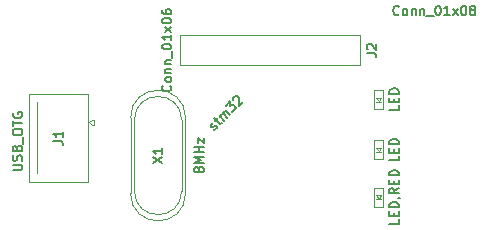
<source format=gbr>
G04 #@! TF.FileFunction,Other,Fab,Top*
%FSLAX46Y46*%
G04 Gerber Fmt 4.6, Leading zero omitted, Abs format (unit mm)*
G04 Created by KiCad (PCBNEW 4.0.7) date 10/12/17 20:38:22*
%MOMM*%
%LPD*%
G01*
G04 APERTURE LIST*
%ADD10C,0.100000*%
%ADD11C,0.150000*%
G04 APERTURE END LIST*
D10*
X143547200Y-107214600D02*
X143547200Y-100814600D01*
X148197200Y-107214600D02*
X148197200Y-100814600D01*
X143872200Y-107014600D02*
X143872200Y-101014600D01*
X147872200Y-107014600D02*
X147872200Y-101014600D01*
X148197200Y-107214600D02*
G75*
G02X143547200Y-107214600I-2325000J0D01*
G01*
X148197200Y-100814600D02*
G75*
G03X143547200Y-100814600I-2325000J0D01*
G01*
X147872200Y-107014600D02*
G75*
G02X143872200Y-107014600I-2000000J0D01*
G01*
X147872200Y-101014600D02*
G75*
G03X143872200Y-101014600I-2000000J0D01*
G01*
X164341200Y-99463200D02*
X164741200Y-99463200D01*
X164541200Y-99413200D02*
X164341200Y-99113200D01*
X164741200Y-99113200D02*
X164541200Y-99413200D01*
X164341200Y-99113200D02*
X164741200Y-99113200D01*
X164941200Y-98463200D02*
X164941200Y-100063200D01*
X164141200Y-98463200D02*
X164941200Y-98463200D01*
X164141200Y-100063200D02*
X164141200Y-98463200D01*
X164941200Y-100063200D02*
X164141200Y-100063200D01*
X164341200Y-103717600D02*
X164741200Y-103717600D01*
X164541200Y-103667600D02*
X164341200Y-103367600D01*
X164741200Y-103367600D02*
X164541200Y-103667600D01*
X164341200Y-103367600D02*
X164741200Y-103367600D01*
X164941200Y-102717600D02*
X164941200Y-104317600D01*
X164141200Y-102717600D02*
X164941200Y-102717600D01*
X164141200Y-104317600D02*
X164141200Y-102717600D01*
X164941200Y-104317600D02*
X164141200Y-104317600D01*
X134939400Y-106264400D02*
X139939400Y-106264400D01*
X135637696Y-99514400D02*
X135637696Y-105514400D01*
X134937696Y-98764400D02*
X134937696Y-106264400D01*
X139939400Y-98764400D02*
X139939400Y-106264400D01*
X134939400Y-98764400D02*
X139939400Y-98764400D01*
X140039400Y-101214400D02*
X140239400Y-101014400D01*
X140239400Y-101414400D02*
X140039400Y-101214400D01*
X140449400Y-101014400D02*
X140449400Y-101414400D01*
X140449400Y-101014400D02*
X140239400Y-101014400D01*
X140449400Y-101414400D02*
X140239400Y-101414400D01*
X162941000Y-93827600D02*
X147701000Y-93827600D01*
X147701000Y-93827600D02*
X147701000Y-96367600D01*
X147701000Y-96367600D02*
X162941000Y-96367600D01*
X162941000Y-96367600D02*
X162941000Y-93827600D01*
X164341200Y-107730800D02*
X164741200Y-107730800D01*
X164541200Y-107680800D02*
X164341200Y-107380800D01*
X164741200Y-107380800D02*
X164541200Y-107680800D01*
X164341200Y-107380800D02*
X164741200Y-107380800D01*
X164941200Y-106730800D02*
X164941200Y-108330800D01*
X164141200Y-106730800D02*
X164941200Y-106730800D01*
X164141200Y-108330800D02*
X164141200Y-106730800D01*
X164941200Y-108330800D02*
X164141200Y-108330800D01*
D11*
X150638943Y-101829972D02*
X150719755Y-101803034D01*
X150827504Y-101695285D01*
X150854442Y-101614472D01*
X150827504Y-101533660D01*
X150800567Y-101506723D01*
X150719755Y-101479785D01*
X150638942Y-101506723D01*
X150558131Y-101587534D01*
X150477318Y-101614472D01*
X150396506Y-101587534D01*
X150369569Y-101560597D01*
X150342631Y-101479785D01*
X150369569Y-101398972D01*
X150450380Y-101318161D01*
X150531193Y-101291223D01*
X150692817Y-101075724D02*
X150908316Y-100860225D01*
X150585068Y-100806350D02*
X151069941Y-101291223D01*
X151150753Y-101318161D01*
X151231566Y-101291223D01*
X151285440Y-101237349D01*
X151474002Y-101048787D02*
X151096878Y-100671663D01*
X151150753Y-100725538D02*
X151150753Y-100671663D01*
X151177690Y-100590850D01*
X151258503Y-100510038D01*
X151339315Y-100483101D01*
X151420127Y-100510039D01*
X151716439Y-100806350D01*
X151420127Y-100510039D02*
X151393190Y-100429226D01*
X151420127Y-100348414D01*
X151500939Y-100267601D01*
X151581752Y-100240665D01*
X151662563Y-100267602D01*
X151958875Y-100563914D01*
X151608690Y-99782728D02*
X151958876Y-99432542D01*
X151985813Y-99836604D01*
X152066625Y-99755791D01*
X152147437Y-99728854D01*
X152201312Y-99728853D01*
X152282125Y-99755791D01*
X152416812Y-99890478D01*
X152443749Y-99971290D01*
X152443749Y-100025166D01*
X152416812Y-100105977D01*
X152255187Y-100267602D01*
X152174375Y-100294539D01*
X152120500Y-100294539D01*
X152228250Y-99270917D02*
X152228250Y-99217043D01*
X152255188Y-99136231D01*
X152389874Y-99001544D01*
X152470686Y-98974606D01*
X152524561Y-98974606D01*
X152605374Y-99001544D01*
X152659248Y-99055418D01*
X152713123Y-99163168D01*
X152713123Y-99809666D01*
X153063309Y-99459479D01*
X149301962Y-105290790D02*
X149263867Y-105366981D01*
X149225771Y-105405076D01*
X149149581Y-105443171D01*
X149111486Y-105443171D01*
X149035295Y-105405076D01*
X148997200Y-105366981D01*
X148959105Y-105290790D01*
X148959105Y-105138409D01*
X148997200Y-105062219D01*
X149035295Y-105024123D01*
X149111486Y-104986028D01*
X149149581Y-104986028D01*
X149225771Y-105024123D01*
X149263867Y-105062219D01*
X149301962Y-105138409D01*
X149301962Y-105290790D01*
X149340057Y-105366981D01*
X149378152Y-105405076D01*
X149454343Y-105443171D01*
X149606724Y-105443171D01*
X149682914Y-105405076D01*
X149721010Y-105366981D01*
X149759105Y-105290790D01*
X149759105Y-105138409D01*
X149721010Y-105062219D01*
X149682914Y-105024123D01*
X149606724Y-104986028D01*
X149454343Y-104986028D01*
X149378152Y-105024123D01*
X149340057Y-105062219D01*
X149301962Y-105138409D01*
X149759105Y-104643171D02*
X148959105Y-104643171D01*
X149530533Y-104376504D01*
X148959105Y-104109837D01*
X149759105Y-104109837D01*
X149759105Y-103728885D02*
X148959105Y-103728885D01*
X149340057Y-103728885D02*
X149340057Y-103271742D01*
X149759105Y-103271742D02*
X148959105Y-103271742D01*
X149225771Y-102966980D02*
X149225771Y-102547933D01*
X149759105Y-102966980D01*
X149759105Y-102547933D01*
X145434105Y-104662219D02*
X146234105Y-104128886D01*
X145434105Y-104128886D02*
X146234105Y-104662219D01*
X146234105Y-103405076D02*
X146234105Y-103862219D01*
X146234105Y-103633648D02*
X145434105Y-103633648D01*
X145548390Y-103709838D01*
X145624581Y-103786029D01*
X145662676Y-103862219D01*
X166253105Y-99777485D02*
X166253105Y-100158438D01*
X165453105Y-100158438D01*
X165834057Y-99510819D02*
X165834057Y-99244152D01*
X166253105Y-99129866D02*
X166253105Y-99510819D01*
X165453105Y-99510819D01*
X165453105Y-99129866D01*
X166253105Y-98787009D02*
X165453105Y-98787009D01*
X165453105Y-98596533D01*
X165491200Y-98482247D01*
X165567390Y-98406056D01*
X165643581Y-98367961D01*
X165795962Y-98329866D01*
X165910248Y-98329866D01*
X166062629Y-98367961D01*
X166138819Y-98406056D01*
X166215010Y-98482247D01*
X166253105Y-98596533D01*
X166253105Y-98787009D01*
X166253105Y-104031885D02*
X166253105Y-104412838D01*
X165453105Y-104412838D01*
X165834057Y-103765219D02*
X165834057Y-103498552D01*
X166253105Y-103384266D02*
X166253105Y-103765219D01*
X165453105Y-103765219D01*
X165453105Y-103384266D01*
X166253105Y-103041409D02*
X165453105Y-103041409D01*
X165453105Y-102850933D01*
X165491200Y-102736647D01*
X165567390Y-102660456D01*
X165643581Y-102622361D01*
X165795962Y-102584266D01*
X165910248Y-102584266D01*
X166062629Y-102622361D01*
X166138819Y-102660456D01*
X166215010Y-102736647D01*
X166253105Y-102850933D01*
X166253105Y-103041409D01*
X133551305Y-105252495D02*
X134198924Y-105252495D01*
X134275114Y-105214400D01*
X134313210Y-105176304D01*
X134351305Y-105100114D01*
X134351305Y-104947733D01*
X134313210Y-104871542D01*
X134275114Y-104833447D01*
X134198924Y-104795352D01*
X133551305Y-104795352D01*
X134313210Y-104452495D02*
X134351305Y-104338209D01*
X134351305Y-104147733D01*
X134313210Y-104071543D01*
X134275114Y-104033447D01*
X134198924Y-103995352D01*
X134122733Y-103995352D01*
X134046543Y-104033447D01*
X134008448Y-104071543D01*
X133970352Y-104147733D01*
X133932257Y-104300114D01*
X133894162Y-104376305D01*
X133856067Y-104414400D01*
X133779876Y-104452495D01*
X133703686Y-104452495D01*
X133627495Y-104414400D01*
X133589400Y-104376305D01*
X133551305Y-104300114D01*
X133551305Y-104109638D01*
X133589400Y-103995352D01*
X133932257Y-103385828D02*
X133970352Y-103271542D01*
X134008448Y-103233447D01*
X134084638Y-103195352D01*
X134198924Y-103195352D01*
X134275114Y-103233447D01*
X134313210Y-103271542D01*
X134351305Y-103347733D01*
X134351305Y-103652495D01*
X133551305Y-103652495D01*
X133551305Y-103385828D01*
X133589400Y-103309638D01*
X133627495Y-103271542D01*
X133703686Y-103233447D01*
X133779876Y-103233447D01*
X133856067Y-103271542D01*
X133894162Y-103309638D01*
X133932257Y-103385828D01*
X133932257Y-103652495D01*
X134427495Y-103042971D02*
X134427495Y-102433447D01*
X133551305Y-102090590D02*
X133551305Y-101938209D01*
X133589400Y-101862018D01*
X133665590Y-101785828D01*
X133817971Y-101747733D01*
X134084638Y-101747733D01*
X134237019Y-101785828D01*
X134313210Y-101862018D01*
X134351305Y-101938209D01*
X134351305Y-102090590D01*
X134313210Y-102166780D01*
X134237019Y-102242971D01*
X134084638Y-102281066D01*
X133817971Y-102281066D01*
X133665590Y-102242971D01*
X133589400Y-102166780D01*
X133551305Y-102090590D01*
X133551305Y-101519162D02*
X133551305Y-101062019D01*
X134351305Y-101290590D02*
X133551305Y-101290590D01*
X133589400Y-100376304D02*
X133551305Y-100452495D01*
X133551305Y-100566780D01*
X133589400Y-100681066D01*
X133665590Y-100757257D01*
X133741781Y-100795352D01*
X133894162Y-100833447D01*
X134008448Y-100833447D01*
X134160829Y-100795352D01*
X134237019Y-100757257D01*
X134313210Y-100681066D01*
X134351305Y-100566780D01*
X134351305Y-100490590D01*
X134313210Y-100376304D01*
X134275114Y-100338209D01*
X134008448Y-100338209D01*
X134008448Y-100490590D01*
X137001305Y-102781066D02*
X137572733Y-102781066D01*
X137687019Y-102819162D01*
X137763210Y-102895352D01*
X137801305Y-103009638D01*
X137801305Y-103085828D01*
X137801305Y-101981066D02*
X137801305Y-102438209D01*
X137801305Y-102209638D02*
X137001305Y-102209638D01*
X137115590Y-102285828D01*
X137191781Y-102362019D01*
X137229876Y-102438209D01*
X146926714Y-98088077D02*
X146964810Y-98126172D01*
X147002905Y-98240458D01*
X147002905Y-98316648D01*
X146964810Y-98430934D01*
X146888619Y-98507125D01*
X146812429Y-98545220D01*
X146660048Y-98583315D01*
X146545762Y-98583315D01*
X146393381Y-98545220D01*
X146317190Y-98507125D01*
X146241000Y-98430934D01*
X146202905Y-98316648D01*
X146202905Y-98240458D01*
X146241000Y-98126172D01*
X146279095Y-98088077D01*
X147002905Y-97630934D02*
X146964810Y-97707125D01*
X146926714Y-97745220D01*
X146850524Y-97783315D01*
X146621952Y-97783315D01*
X146545762Y-97745220D01*
X146507667Y-97707125D01*
X146469571Y-97630934D01*
X146469571Y-97516648D01*
X146507667Y-97440458D01*
X146545762Y-97402363D01*
X146621952Y-97364267D01*
X146850524Y-97364267D01*
X146926714Y-97402363D01*
X146964810Y-97440458D01*
X147002905Y-97516648D01*
X147002905Y-97630934D01*
X146469571Y-97021410D02*
X147002905Y-97021410D01*
X146545762Y-97021410D02*
X146507667Y-96983315D01*
X146469571Y-96907124D01*
X146469571Y-96792838D01*
X146507667Y-96716648D01*
X146583857Y-96678553D01*
X147002905Y-96678553D01*
X146469571Y-96297600D02*
X147002905Y-96297600D01*
X146545762Y-96297600D02*
X146507667Y-96259505D01*
X146469571Y-96183314D01*
X146469571Y-96069028D01*
X146507667Y-95992838D01*
X146583857Y-95954743D01*
X147002905Y-95954743D01*
X147079095Y-95764266D02*
X147079095Y-95154742D01*
X146202905Y-94811885D02*
X146202905Y-94735694D01*
X146241000Y-94659504D01*
X146279095Y-94621409D01*
X146355286Y-94583313D01*
X146507667Y-94545218D01*
X146698143Y-94545218D01*
X146850524Y-94583313D01*
X146926714Y-94621409D01*
X146964810Y-94659504D01*
X147002905Y-94735694D01*
X147002905Y-94811885D01*
X146964810Y-94888075D01*
X146926714Y-94926171D01*
X146850524Y-94964266D01*
X146698143Y-95002361D01*
X146507667Y-95002361D01*
X146355286Y-94964266D01*
X146279095Y-94926171D01*
X146241000Y-94888075D01*
X146202905Y-94811885D01*
X147002905Y-93783313D02*
X147002905Y-94240456D01*
X147002905Y-94011885D02*
X146202905Y-94011885D01*
X146317190Y-94088075D01*
X146393381Y-94164266D01*
X146431476Y-94240456D01*
X147002905Y-93516646D02*
X146469571Y-93097599D01*
X146469571Y-93516646D02*
X147002905Y-93097599D01*
X146202905Y-92640456D02*
X146202905Y-92564265D01*
X146241000Y-92488075D01*
X146279095Y-92449980D01*
X146355286Y-92411884D01*
X146507667Y-92373789D01*
X146698143Y-92373789D01*
X146850524Y-92411884D01*
X146926714Y-92449980D01*
X146964810Y-92488075D01*
X147002905Y-92564265D01*
X147002905Y-92640456D01*
X146964810Y-92716646D01*
X146926714Y-92754742D01*
X146850524Y-92792837D01*
X146698143Y-92830932D01*
X146507667Y-92830932D01*
X146355286Y-92792837D01*
X146279095Y-92754742D01*
X146241000Y-92716646D01*
X146202905Y-92640456D01*
X146202905Y-91688075D02*
X146202905Y-91840456D01*
X146241000Y-91916646D01*
X146279095Y-91954741D01*
X146393381Y-92030932D01*
X146545762Y-92069027D01*
X146850524Y-92069027D01*
X146926714Y-92030932D01*
X146964810Y-91992837D01*
X147002905Y-91916646D01*
X147002905Y-91764265D01*
X146964810Y-91688075D01*
X146926714Y-91649979D01*
X146850524Y-91611884D01*
X146660048Y-91611884D01*
X146583857Y-91649979D01*
X146545762Y-91688075D01*
X146507667Y-91764265D01*
X146507667Y-91916646D01*
X146545762Y-91992837D01*
X146583857Y-92030932D01*
X146660048Y-92069027D01*
X163562905Y-95364266D02*
X164134333Y-95364266D01*
X164248619Y-95402362D01*
X164324810Y-95478552D01*
X164362905Y-95592838D01*
X164362905Y-95669028D01*
X163639095Y-95021409D02*
X163601000Y-94983314D01*
X163562905Y-94907123D01*
X163562905Y-94716647D01*
X163601000Y-94640457D01*
X163639095Y-94602361D01*
X163715286Y-94564266D01*
X163791476Y-94564266D01*
X163905762Y-94602361D01*
X164362905Y-95059504D01*
X164362905Y-94564266D01*
X166253105Y-109397466D02*
X166253105Y-109778419D01*
X165453105Y-109778419D01*
X165834057Y-109130800D02*
X165834057Y-108864133D01*
X166253105Y-108749847D02*
X166253105Y-109130800D01*
X165453105Y-109130800D01*
X165453105Y-108749847D01*
X166253105Y-108406990D02*
X165453105Y-108406990D01*
X165453105Y-108216514D01*
X165491200Y-108102228D01*
X165567390Y-108026037D01*
X165643581Y-107987942D01*
X165795962Y-107949847D01*
X165910248Y-107949847D01*
X166062629Y-107987942D01*
X166138819Y-108026037D01*
X166215010Y-108102228D01*
X166253105Y-108216514D01*
X166253105Y-108406990D01*
X166215010Y-107568895D02*
X166253105Y-107568895D01*
X166329295Y-107606990D01*
X166367390Y-107645085D01*
X166253105Y-106768895D02*
X165872152Y-107035562D01*
X166253105Y-107226038D02*
X165453105Y-107226038D01*
X165453105Y-106921276D01*
X165491200Y-106845085D01*
X165529295Y-106806990D01*
X165605486Y-106768895D01*
X165719771Y-106768895D01*
X165795962Y-106806990D01*
X165834057Y-106845085D01*
X165872152Y-106921276D01*
X165872152Y-107226038D01*
X165834057Y-106426038D02*
X165834057Y-106159371D01*
X166253105Y-106045085D02*
X166253105Y-106426038D01*
X165453105Y-106426038D01*
X165453105Y-106045085D01*
X166253105Y-105702228D02*
X165453105Y-105702228D01*
X165453105Y-105511752D01*
X165491200Y-105397466D01*
X165567390Y-105321275D01*
X165643581Y-105283180D01*
X165795962Y-105245085D01*
X165910248Y-105245085D01*
X166062629Y-105283180D01*
X166138819Y-105321275D01*
X166215010Y-105397466D01*
X166253105Y-105511752D01*
X166253105Y-105702228D01*
X166269523Y-92055714D02*
X166231428Y-92093810D01*
X166117142Y-92131905D01*
X166040952Y-92131905D01*
X165926666Y-92093810D01*
X165850475Y-92017619D01*
X165812380Y-91941429D01*
X165774285Y-91789048D01*
X165774285Y-91674762D01*
X165812380Y-91522381D01*
X165850475Y-91446190D01*
X165926666Y-91370000D01*
X166040952Y-91331905D01*
X166117142Y-91331905D01*
X166231428Y-91370000D01*
X166269523Y-91408095D01*
X166726666Y-92131905D02*
X166650475Y-92093810D01*
X166612380Y-92055714D01*
X166574285Y-91979524D01*
X166574285Y-91750952D01*
X166612380Y-91674762D01*
X166650475Y-91636667D01*
X166726666Y-91598571D01*
X166840952Y-91598571D01*
X166917142Y-91636667D01*
X166955237Y-91674762D01*
X166993333Y-91750952D01*
X166993333Y-91979524D01*
X166955237Y-92055714D01*
X166917142Y-92093810D01*
X166840952Y-92131905D01*
X166726666Y-92131905D01*
X167336190Y-91598571D02*
X167336190Y-92131905D01*
X167336190Y-91674762D02*
X167374285Y-91636667D01*
X167450476Y-91598571D01*
X167564762Y-91598571D01*
X167640952Y-91636667D01*
X167679047Y-91712857D01*
X167679047Y-92131905D01*
X168060000Y-91598571D02*
X168060000Y-92131905D01*
X168060000Y-91674762D02*
X168098095Y-91636667D01*
X168174286Y-91598571D01*
X168288572Y-91598571D01*
X168364762Y-91636667D01*
X168402857Y-91712857D01*
X168402857Y-92131905D01*
X168593334Y-92208095D02*
X169202858Y-92208095D01*
X169545715Y-91331905D02*
X169621906Y-91331905D01*
X169698096Y-91370000D01*
X169736191Y-91408095D01*
X169774287Y-91484286D01*
X169812382Y-91636667D01*
X169812382Y-91827143D01*
X169774287Y-91979524D01*
X169736191Y-92055714D01*
X169698096Y-92093810D01*
X169621906Y-92131905D01*
X169545715Y-92131905D01*
X169469525Y-92093810D01*
X169431429Y-92055714D01*
X169393334Y-91979524D01*
X169355239Y-91827143D01*
X169355239Y-91636667D01*
X169393334Y-91484286D01*
X169431429Y-91408095D01*
X169469525Y-91370000D01*
X169545715Y-91331905D01*
X170574287Y-92131905D02*
X170117144Y-92131905D01*
X170345715Y-92131905D02*
X170345715Y-91331905D01*
X170269525Y-91446190D01*
X170193334Y-91522381D01*
X170117144Y-91560476D01*
X170840954Y-92131905D02*
X171260001Y-91598571D01*
X170840954Y-91598571D02*
X171260001Y-92131905D01*
X171717144Y-91331905D02*
X171793335Y-91331905D01*
X171869525Y-91370000D01*
X171907620Y-91408095D01*
X171945716Y-91484286D01*
X171983811Y-91636667D01*
X171983811Y-91827143D01*
X171945716Y-91979524D01*
X171907620Y-92055714D01*
X171869525Y-92093810D01*
X171793335Y-92131905D01*
X171717144Y-92131905D01*
X171640954Y-92093810D01*
X171602858Y-92055714D01*
X171564763Y-91979524D01*
X171526668Y-91827143D01*
X171526668Y-91636667D01*
X171564763Y-91484286D01*
X171602858Y-91408095D01*
X171640954Y-91370000D01*
X171717144Y-91331905D01*
X172440954Y-91674762D02*
X172364763Y-91636667D01*
X172326668Y-91598571D01*
X172288573Y-91522381D01*
X172288573Y-91484286D01*
X172326668Y-91408095D01*
X172364763Y-91370000D01*
X172440954Y-91331905D01*
X172593335Y-91331905D01*
X172669525Y-91370000D01*
X172707621Y-91408095D01*
X172745716Y-91484286D01*
X172745716Y-91522381D01*
X172707621Y-91598571D01*
X172669525Y-91636667D01*
X172593335Y-91674762D01*
X172440954Y-91674762D01*
X172364763Y-91712857D01*
X172326668Y-91750952D01*
X172288573Y-91827143D01*
X172288573Y-91979524D01*
X172326668Y-92055714D01*
X172364763Y-92093810D01*
X172440954Y-92131905D01*
X172593335Y-92131905D01*
X172669525Y-92093810D01*
X172707621Y-92055714D01*
X172745716Y-91979524D01*
X172745716Y-91827143D01*
X172707621Y-91750952D01*
X172669525Y-91712857D01*
X172593335Y-91674762D01*
M02*

</source>
